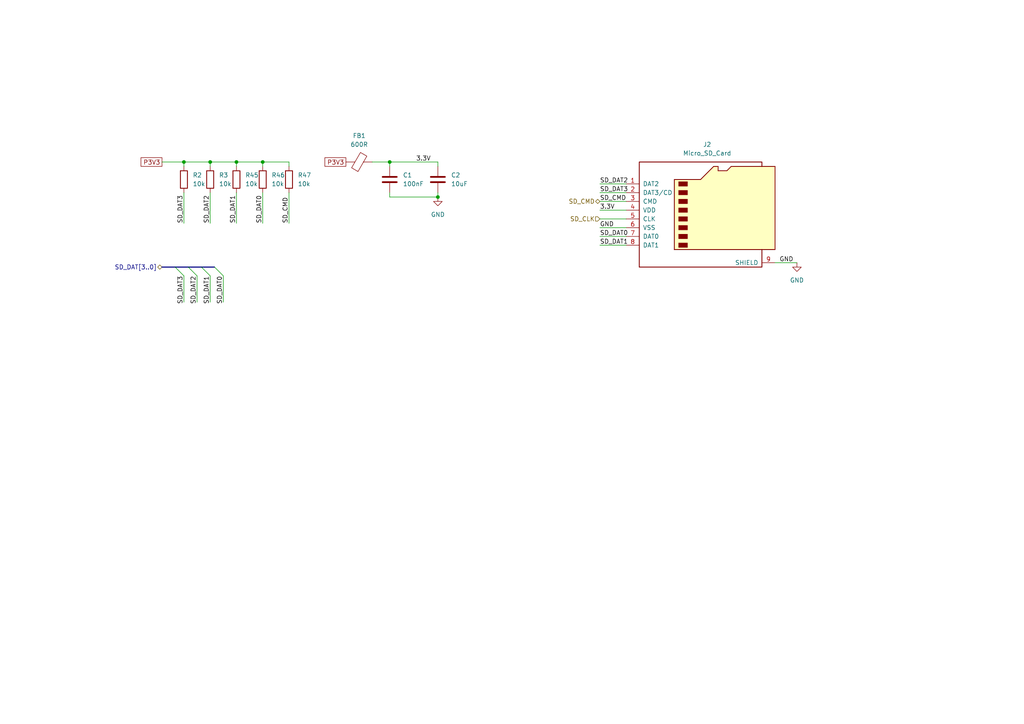
<source format=kicad_sch>
(kicad_sch
	(version 20250114)
	(generator "eeschema")
	(generator_version "9.0")
	(uuid "bd616922-7efe-4c10-a88b-b3f9411afd3a")
	(paper "A4")
	(title_block
		(title "SD Multimedia Interface")
		(date "2025-07-18")
		(rev "0.0.0")
		(comment 1 "Designed by Jaden Gani")
	)
	(lib_symbols
		(symbol "Connector:Micro_SD_Card"
			(pin_names
				(offset 1.016)
			)
			(exclude_from_sim no)
			(in_bom yes)
			(on_board yes)
			(property "Reference" "J"
				(at -16.51 15.24 0)
				(effects
					(font
						(size 1.27 1.27)
					)
				)
			)
			(property "Value" "Micro_SD_Card"
				(at 16.51 15.24 0)
				(effects
					(font
						(size 1.27 1.27)
					)
					(justify right)
				)
			)
			(property "Footprint" ""
				(at 29.21 7.62 0)
				(effects
					(font
						(size 1.27 1.27)
					)
					(hide yes)
				)
			)
			(property "Datasheet" "http://katalog.we-online.de/em/datasheet/693072010801.pdf"
				(at 0 0 0)
				(effects
					(font
						(size 1.27 1.27)
					)
					(hide yes)
				)
			)
			(property "Description" "Micro SD Card Socket"
				(at 0 0 0)
				(effects
					(font
						(size 1.27 1.27)
					)
					(hide yes)
				)
			)
			(property "ki_keywords" "connector SD microsd"
				(at 0 0 0)
				(effects
					(font
						(size 1.27 1.27)
					)
					(hide yes)
				)
			)
			(property "ki_fp_filters" "microSD*"
				(at 0 0 0)
				(effects
					(font
						(size 1.27 1.27)
					)
					(hide yes)
				)
			)
			(symbol "Micro_SD_Card_0_1"
				(polyline
					(pts
						(xy -8.89 -11.43) (xy -8.89 8.89) (xy -1.27 8.89) (xy 2.54 12.7) (xy 3.81 12.7) (xy 3.81 11.43)
						(xy 6.35 11.43) (xy 7.62 12.7) (xy 20.32 12.7) (xy 20.32 -11.43) (xy -8.89 -11.43)
					)
					(stroke
						(width 0.254)
						(type default)
					)
					(fill
						(type background)
					)
				)
				(rectangle
					(start -7.62 8.255)
					(end -5.08 6.985)
					(stroke
						(width 0)
						(type default)
					)
					(fill
						(type outline)
					)
				)
				(rectangle
					(start -7.62 5.715)
					(end -5.08 4.445)
					(stroke
						(width 0)
						(type default)
					)
					(fill
						(type outline)
					)
				)
				(rectangle
					(start -7.62 3.175)
					(end -5.08 1.905)
					(stroke
						(width 0)
						(type default)
					)
					(fill
						(type outline)
					)
				)
				(rectangle
					(start -7.62 0.635)
					(end -5.08 -0.635)
					(stroke
						(width 0)
						(type default)
					)
					(fill
						(type outline)
					)
				)
				(rectangle
					(start -7.62 -1.905)
					(end -5.08 -3.175)
					(stroke
						(width 0)
						(type default)
					)
					(fill
						(type outline)
					)
				)
				(rectangle
					(start -7.62 -4.445)
					(end -5.08 -5.715)
					(stroke
						(width 0)
						(type default)
					)
					(fill
						(type outline)
					)
				)
				(rectangle
					(start -7.62 -6.985)
					(end -5.08 -8.255)
					(stroke
						(width 0)
						(type default)
					)
					(fill
						(type outline)
					)
				)
				(rectangle
					(start -7.62 -9.525)
					(end -5.08 -10.795)
					(stroke
						(width 0)
						(type default)
					)
					(fill
						(type outline)
					)
				)
				(polyline
					(pts
						(xy 16.51 12.7) (xy 16.51 13.97) (xy -19.05 13.97) (xy -19.05 -16.51) (xy 16.51 -16.51) (xy 16.51 -11.43)
					)
					(stroke
						(width 0.254)
						(type default)
					)
					(fill
						(type none)
					)
				)
			)
			(symbol "Micro_SD_Card_1_1"
				(pin bidirectional line
					(at -22.86 7.62 0)
					(length 3.81)
					(name "DAT2"
						(effects
							(font
								(size 1.27 1.27)
							)
						)
					)
					(number "1"
						(effects
							(font
								(size 1.27 1.27)
							)
						)
					)
				)
				(pin bidirectional line
					(at -22.86 5.08 0)
					(length 3.81)
					(name "DAT3/CD"
						(effects
							(font
								(size 1.27 1.27)
							)
						)
					)
					(number "2"
						(effects
							(font
								(size 1.27 1.27)
							)
						)
					)
				)
				(pin input line
					(at -22.86 2.54 0)
					(length 3.81)
					(name "CMD"
						(effects
							(font
								(size 1.27 1.27)
							)
						)
					)
					(number "3"
						(effects
							(font
								(size 1.27 1.27)
							)
						)
					)
				)
				(pin power_in line
					(at -22.86 0 0)
					(length 3.81)
					(name "VDD"
						(effects
							(font
								(size 1.27 1.27)
							)
						)
					)
					(number "4"
						(effects
							(font
								(size 1.27 1.27)
							)
						)
					)
				)
				(pin input line
					(at -22.86 -2.54 0)
					(length 3.81)
					(name "CLK"
						(effects
							(font
								(size 1.27 1.27)
							)
						)
					)
					(number "5"
						(effects
							(font
								(size 1.27 1.27)
							)
						)
					)
				)
				(pin power_in line
					(at -22.86 -5.08 0)
					(length 3.81)
					(name "VSS"
						(effects
							(font
								(size 1.27 1.27)
							)
						)
					)
					(number "6"
						(effects
							(font
								(size 1.27 1.27)
							)
						)
					)
				)
				(pin bidirectional line
					(at -22.86 -7.62 0)
					(length 3.81)
					(name "DAT0"
						(effects
							(font
								(size 1.27 1.27)
							)
						)
					)
					(number "7"
						(effects
							(font
								(size 1.27 1.27)
							)
						)
					)
				)
				(pin bidirectional line
					(at -22.86 -10.16 0)
					(length 3.81)
					(name "DAT1"
						(effects
							(font
								(size 1.27 1.27)
							)
						)
					)
					(number "8"
						(effects
							(font
								(size 1.27 1.27)
							)
						)
					)
				)
				(pin passive line
					(at 20.32 -15.24 180)
					(length 3.81)
					(name "SHIELD"
						(effects
							(font
								(size 1.27 1.27)
							)
						)
					)
					(number "9"
						(effects
							(font
								(size 1.27 1.27)
							)
						)
					)
				)
			)
			(embedded_fonts no)
		)
		(symbol "Device:C"
			(pin_numbers
				(hide yes)
			)
			(pin_names
				(offset 0.254)
			)
			(exclude_from_sim no)
			(in_bom yes)
			(on_board yes)
			(property "Reference" "C"
				(at 0.635 2.54 0)
				(effects
					(font
						(size 1.27 1.27)
					)
					(justify left)
				)
			)
			(property "Value" "C"
				(at 0.635 -2.54 0)
				(effects
					(font
						(size 1.27 1.27)
					)
					(justify left)
				)
			)
			(property "Footprint" ""
				(at 0.9652 -3.81 0)
				(effects
					(font
						(size 1.27 1.27)
					)
					(hide yes)
				)
			)
			(property "Datasheet" "~"
				(at 0 0 0)
				(effects
					(font
						(size 1.27 1.27)
					)
					(hide yes)
				)
			)
			(property "Description" "Unpolarized capacitor"
				(at 0 0 0)
				(effects
					(font
						(size 1.27 1.27)
					)
					(hide yes)
				)
			)
			(property "ki_keywords" "cap capacitor"
				(at 0 0 0)
				(effects
					(font
						(size 1.27 1.27)
					)
					(hide yes)
				)
			)
			(property "ki_fp_filters" "C_*"
				(at 0 0 0)
				(effects
					(font
						(size 1.27 1.27)
					)
					(hide yes)
				)
			)
			(symbol "C_0_1"
				(polyline
					(pts
						(xy -2.032 0.762) (xy 2.032 0.762)
					)
					(stroke
						(width 0.508)
						(type default)
					)
					(fill
						(type none)
					)
				)
				(polyline
					(pts
						(xy -2.032 -0.762) (xy 2.032 -0.762)
					)
					(stroke
						(width 0.508)
						(type default)
					)
					(fill
						(type none)
					)
				)
			)
			(symbol "C_1_1"
				(pin passive line
					(at 0 3.81 270)
					(length 2.794)
					(name "~"
						(effects
							(font
								(size 1.27 1.27)
							)
						)
					)
					(number "1"
						(effects
							(font
								(size 1.27 1.27)
							)
						)
					)
				)
				(pin passive line
					(at 0 -3.81 90)
					(length 2.794)
					(name "~"
						(effects
							(font
								(size 1.27 1.27)
							)
						)
					)
					(number "2"
						(effects
							(font
								(size 1.27 1.27)
							)
						)
					)
				)
			)
			(embedded_fonts no)
		)
		(symbol "Device:FerriteBead"
			(pin_numbers
				(hide yes)
			)
			(pin_names
				(offset 0)
			)
			(exclude_from_sim no)
			(in_bom yes)
			(on_board yes)
			(property "Reference" "FB"
				(at -3.81 0.635 90)
				(effects
					(font
						(size 1.27 1.27)
					)
				)
			)
			(property "Value" "FerriteBead"
				(at 3.81 0 90)
				(effects
					(font
						(size 1.27 1.27)
					)
				)
			)
			(property "Footprint" ""
				(at -1.778 0 90)
				(effects
					(font
						(size 1.27 1.27)
					)
					(hide yes)
				)
			)
			(property "Datasheet" "~"
				(at 0 0 0)
				(effects
					(font
						(size 1.27 1.27)
					)
					(hide yes)
				)
			)
			(property "Description" "Ferrite bead"
				(at 0 0 0)
				(effects
					(font
						(size 1.27 1.27)
					)
					(hide yes)
				)
			)
			(property "ki_keywords" "L ferrite bead inductor filter"
				(at 0 0 0)
				(effects
					(font
						(size 1.27 1.27)
					)
					(hide yes)
				)
			)
			(property "ki_fp_filters" "Inductor_* L_* *Ferrite*"
				(at 0 0 0)
				(effects
					(font
						(size 1.27 1.27)
					)
					(hide yes)
				)
			)
			(symbol "FerriteBead_0_1"
				(polyline
					(pts
						(xy -2.7686 0.4064) (xy -1.7018 2.2606) (xy 2.7686 -0.3048) (xy 1.6764 -2.159) (xy -2.7686 0.4064)
					)
					(stroke
						(width 0)
						(type default)
					)
					(fill
						(type none)
					)
				)
				(polyline
					(pts
						(xy 0 1.27) (xy 0 1.2954)
					)
					(stroke
						(width 0)
						(type default)
					)
					(fill
						(type none)
					)
				)
				(polyline
					(pts
						(xy 0 -1.27) (xy 0 -1.2192)
					)
					(stroke
						(width 0)
						(type default)
					)
					(fill
						(type none)
					)
				)
			)
			(symbol "FerriteBead_1_1"
				(pin passive line
					(at 0 3.81 270)
					(length 2.54)
					(name "~"
						(effects
							(font
								(size 1.27 1.27)
							)
						)
					)
					(number "1"
						(effects
							(font
								(size 1.27 1.27)
							)
						)
					)
				)
				(pin passive line
					(at 0 -3.81 90)
					(length 2.54)
					(name "~"
						(effects
							(font
								(size 1.27 1.27)
							)
						)
					)
					(number "2"
						(effects
							(font
								(size 1.27 1.27)
							)
						)
					)
				)
			)
			(embedded_fonts no)
		)
		(symbol "Device:R"
			(pin_numbers
				(hide yes)
			)
			(pin_names
				(offset 0)
			)
			(exclude_from_sim no)
			(in_bom yes)
			(on_board yes)
			(property "Reference" "R"
				(at 2.032 0 90)
				(effects
					(font
						(size 1.27 1.27)
					)
				)
			)
			(property "Value" "R"
				(at 0 0 90)
				(effects
					(font
						(size 1.27 1.27)
					)
				)
			)
			(property "Footprint" ""
				(at -1.778 0 90)
				(effects
					(font
						(size 1.27 1.27)
					)
					(hide yes)
				)
			)
			(property "Datasheet" "~"
				(at 0 0 0)
				(effects
					(font
						(size 1.27 1.27)
					)
					(hide yes)
				)
			)
			(property "Description" "Resistor"
				(at 0 0 0)
				(effects
					(font
						(size 1.27 1.27)
					)
					(hide yes)
				)
			)
			(property "ki_keywords" "R res resistor"
				(at 0 0 0)
				(effects
					(font
						(size 1.27 1.27)
					)
					(hide yes)
				)
			)
			(property "ki_fp_filters" "R_*"
				(at 0 0 0)
				(effects
					(font
						(size 1.27 1.27)
					)
					(hide yes)
				)
			)
			(symbol "R_0_1"
				(rectangle
					(start -1.016 -2.54)
					(end 1.016 2.54)
					(stroke
						(width 0.254)
						(type default)
					)
					(fill
						(type none)
					)
				)
			)
			(symbol "R_1_1"
				(pin passive line
					(at 0 3.81 270)
					(length 1.27)
					(name "~"
						(effects
							(font
								(size 1.27 1.27)
							)
						)
					)
					(number "1"
						(effects
							(font
								(size 1.27 1.27)
							)
						)
					)
				)
				(pin passive line
					(at 0 -3.81 90)
					(length 1.27)
					(name "~"
						(effects
							(font
								(size 1.27 1.27)
							)
						)
					)
					(number "2"
						(effects
							(font
								(size 1.27 1.27)
							)
						)
					)
				)
			)
			(embedded_fonts no)
		)
		(symbol "power:GND"
			(power)
			(pin_numbers
				(hide yes)
			)
			(pin_names
				(offset 0)
				(hide yes)
			)
			(exclude_from_sim no)
			(in_bom yes)
			(on_board yes)
			(property "Reference" "#PWR"
				(at 0 -6.35 0)
				(effects
					(font
						(size 1.27 1.27)
					)
					(hide yes)
				)
			)
			(property "Value" "GND"
				(at 0 -3.81 0)
				(effects
					(font
						(size 1.27 1.27)
					)
				)
			)
			(property "Footprint" ""
				(at 0 0 0)
				(effects
					(font
						(size 1.27 1.27)
					)
					(hide yes)
				)
			)
			(property "Datasheet" ""
				(at 0 0 0)
				(effects
					(font
						(size 1.27 1.27)
					)
					(hide yes)
				)
			)
			(property "Description" "Power symbol creates a global label with name \"GND\" , ground"
				(at 0 0 0)
				(effects
					(font
						(size 1.27 1.27)
					)
					(hide yes)
				)
			)
			(property "ki_keywords" "global power"
				(at 0 0 0)
				(effects
					(font
						(size 1.27 1.27)
					)
					(hide yes)
				)
			)
			(symbol "GND_0_1"
				(polyline
					(pts
						(xy 0 0) (xy 0 -1.27) (xy 1.27 -1.27) (xy 0 -2.54) (xy -1.27 -1.27) (xy 0 -1.27)
					)
					(stroke
						(width 0)
						(type default)
					)
					(fill
						(type none)
					)
				)
			)
			(symbol "GND_1_1"
				(pin power_in line
					(at 0 0 270)
					(length 0)
					(name "~"
						(effects
							(font
								(size 1.27 1.27)
							)
						)
					)
					(number "1"
						(effects
							(font
								(size 1.27 1.27)
							)
						)
					)
				)
			)
			(embedded_fonts no)
		)
	)
	(junction
		(at 113.03 46.99)
		(diameter 0)
		(color 0 0 0 0)
		(uuid "4ce1bf0e-628d-46fd-9b86-7e86cd7fc814")
	)
	(junction
		(at 76.2 46.99)
		(diameter 0)
		(color 0 0 0 0)
		(uuid "4f0eda60-f19e-4e25-a5ce-77bd23170fb6")
	)
	(junction
		(at 127 57.15)
		(diameter 0)
		(color 0 0 0 0)
		(uuid "991561f3-3748-4c81-951c-ea6e24fe150f")
	)
	(junction
		(at 60.96 46.99)
		(diameter 0)
		(color 0 0 0 0)
		(uuid "d6a5aa3b-3690-4ed9-949f-2b8ff6bea836")
	)
	(junction
		(at 68.58 46.99)
		(diameter 0)
		(color 0 0 0 0)
		(uuid "f93d8f15-b15e-4c43-bf2f-e5d891b8ef43")
	)
	(junction
		(at 53.34 46.99)
		(diameter 0)
		(color 0 0 0 0)
		(uuid "fc853dc0-5cee-4b5f-92fb-6f5dac96b55e")
	)
	(bus_entry
		(at 54.61 77.47)
		(size 2.54 2.54)
		(stroke
			(width 0)
			(type default)
		)
		(uuid "025e023d-5ac1-4c04-958f-ed9a11f14f11")
	)
	(bus_entry
		(at 62.23 77.47)
		(size 2.54 2.54)
		(stroke
			(width 0)
			(type default)
		)
		(uuid "4078a645-91fb-438d-8906-583284d502ac")
	)
	(bus_entry
		(at 50.8 77.47)
		(size 2.54 2.54)
		(stroke
			(width 0)
			(type default)
		)
		(uuid "964b1f1a-2448-492b-a187-6594c9a5676d")
	)
	(bus_entry
		(at 58.42 77.47)
		(size 2.54 2.54)
		(stroke
			(width 0)
			(type default)
		)
		(uuid "ca712b59-765b-4162-aacc-eb6af99ef987")
	)
	(wire
		(pts
			(xy 113.03 57.15) (xy 113.03 55.88)
		)
		(stroke
			(width 0)
			(type default)
		)
		(uuid "0803bb24-0326-4db4-bcc1-dbebe000d878")
	)
	(wire
		(pts
			(xy 76.2 46.99) (xy 76.2 48.26)
		)
		(stroke
			(width 0)
			(type default)
		)
		(uuid "084963f5-8339-4117-87af-49754061f4ea")
	)
	(wire
		(pts
			(xy 53.34 80.01) (xy 53.34 87.63)
		)
		(stroke
			(width 0)
			(type default)
		)
		(uuid "1a83154a-c94d-4131-b7e9-9c0ab8b0e599")
	)
	(wire
		(pts
			(xy 53.34 55.88) (xy 53.34 64.77)
		)
		(stroke
			(width 0)
			(type default)
		)
		(uuid "1d277cc7-e31b-47d3-9101-693ca49d5a28")
	)
	(wire
		(pts
			(xy 113.03 48.26) (xy 113.03 46.99)
		)
		(stroke
			(width 0)
			(type default)
		)
		(uuid "309ea649-5041-4772-baf1-8b0421432998")
	)
	(wire
		(pts
			(xy 127 57.15) (xy 127 55.88)
		)
		(stroke
			(width 0)
			(type default)
		)
		(uuid "368afcd0-36b3-4e3b-8ff9-9df573a4222e")
	)
	(bus
		(pts
			(xy 50.8 77.47) (xy 54.61 77.47)
		)
		(stroke
			(width 0)
			(type default)
		)
		(uuid "37ba34ee-816c-4330-8a61-6cf5047c777c")
	)
	(wire
		(pts
			(xy 68.58 55.88) (xy 68.58 64.77)
		)
		(stroke
			(width 0)
			(type default)
		)
		(uuid "38f24bdb-9333-43ad-a369-f8eefbf3a516")
	)
	(wire
		(pts
			(xy 60.96 46.99) (xy 60.96 48.26)
		)
		(stroke
			(width 0)
			(type default)
		)
		(uuid "3d580d15-7cae-41ff-a521-befbbba89ee0")
	)
	(wire
		(pts
			(xy 173.99 63.5) (xy 181.61 63.5)
		)
		(stroke
			(width 0)
			(type default)
		)
		(uuid "47a81f54-e9cc-408a-8484-40f71218b055")
	)
	(wire
		(pts
			(xy 83.82 46.99) (xy 83.82 48.26)
		)
		(stroke
			(width 0)
			(type default)
		)
		(uuid "47ffec0f-f543-4518-beac-fe5cd87240c1")
	)
	(bus
		(pts
			(xy 46.99 77.47) (xy 50.8 77.47)
		)
		(stroke
			(width 0)
			(type default)
		)
		(uuid "4817f446-a4db-427f-92c7-4194ba6eb2a0")
	)
	(wire
		(pts
			(xy 60.96 55.88) (xy 60.96 64.77)
		)
		(stroke
			(width 0)
			(type default)
		)
		(uuid "525f1ce3-94dd-4100-b77b-c8c76d6bf647")
	)
	(wire
		(pts
			(xy 113.03 46.99) (xy 127 46.99)
		)
		(stroke
			(width 0)
			(type default)
		)
		(uuid "57c6c353-77aa-498a-a511-0345cc295762")
	)
	(wire
		(pts
			(xy 76.2 55.88) (xy 76.2 64.77)
		)
		(stroke
			(width 0)
			(type default)
		)
		(uuid "653ec84d-6d28-43b6-90d1-ef2e8fc8b4a5")
	)
	(wire
		(pts
			(xy 173.99 60.96) (xy 181.61 60.96)
		)
		(stroke
			(width 0)
			(type default)
		)
		(uuid "6adeb40e-93cc-4892-8f32-63ebc3599a94")
	)
	(wire
		(pts
			(xy 64.77 80.01) (xy 64.77 87.63)
		)
		(stroke
			(width 0)
			(type default)
		)
		(uuid "70a1799b-a90e-4653-b409-fd86354e94f7")
	)
	(wire
		(pts
			(xy 83.82 55.88) (xy 83.82 64.77)
		)
		(stroke
			(width 0)
			(type default)
		)
		(uuid "70b0b7c2-9f4a-4296-b2f3-720f6cb2735b")
	)
	(wire
		(pts
			(xy 60.96 46.99) (xy 68.58 46.99)
		)
		(stroke
			(width 0)
			(type default)
		)
		(uuid "76028e5d-5834-4c3e-a0b7-0d90777f4043")
	)
	(wire
		(pts
			(xy 53.34 46.99) (xy 60.96 46.99)
		)
		(stroke
			(width 0)
			(type default)
		)
		(uuid "95b39dc6-1f9b-45fe-bd39-ca3a555c0a72")
	)
	(wire
		(pts
			(xy 113.03 46.99) (xy 107.95 46.99)
		)
		(stroke
			(width 0)
			(type default)
		)
		(uuid "99487484-316e-4d87-ae8c-4ea764ba10f1")
	)
	(bus
		(pts
			(xy 58.42 77.47) (xy 62.23 77.47)
		)
		(stroke
			(width 0)
			(type default)
		)
		(uuid "9fd6b854-752a-411c-90c0-f2d11fd498b2")
	)
	(wire
		(pts
			(xy 173.99 68.58) (xy 181.61 68.58)
		)
		(stroke
			(width 0)
			(type default)
		)
		(uuid "b333d631-e1db-4f0d-97fe-07ae7cae5ad8")
	)
	(wire
		(pts
			(xy 173.99 58.42) (xy 181.61 58.42)
		)
		(stroke
			(width 0)
			(type default)
		)
		(uuid "b4b2d926-cb4a-47c4-9cd4-2bfb65810c84")
	)
	(wire
		(pts
			(xy 76.2 46.99) (xy 83.82 46.99)
		)
		(stroke
			(width 0)
			(type default)
		)
		(uuid "b96695a7-75cd-4c67-a46c-9f0db84f04ec")
	)
	(bus
		(pts
			(xy 54.61 77.47) (xy 58.42 77.47)
		)
		(stroke
			(width 0)
			(type default)
		)
		(uuid "cd8dd44d-b2a9-4723-96a3-b6063a449766")
	)
	(wire
		(pts
			(xy 113.03 57.15) (xy 127 57.15)
		)
		(stroke
			(width 0)
			(type default)
		)
		(uuid "dc128f05-92fa-4d1a-a355-40b5dd8f4c9c")
	)
	(wire
		(pts
			(xy 60.96 80.01) (xy 60.96 87.63)
		)
		(stroke
			(width 0)
			(type default)
		)
		(uuid "dcfbf3df-fca4-4a13-8164-a99065222577")
	)
	(wire
		(pts
			(xy 46.99 46.99) (xy 53.34 46.99)
		)
		(stroke
			(width 0)
			(type default)
		)
		(uuid "dddffaca-32f9-4aeb-af7b-a4f1f2250457")
	)
	(wire
		(pts
			(xy 127 48.26) (xy 127 46.99)
		)
		(stroke
			(width 0)
			(type default)
		)
		(uuid "df53a5ca-e5b1-4e3f-b936-81168952b977")
	)
	(wire
		(pts
			(xy 68.58 46.99) (xy 76.2 46.99)
		)
		(stroke
			(width 0)
			(type default)
		)
		(uuid "e5297b91-1ae8-41d7-a765-2af546f64efa")
	)
	(wire
		(pts
			(xy 68.58 46.99) (xy 68.58 48.26)
		)
		(stroke
			(width 0)
			(type default)
		)
		(uuid "ea790f26-00b7-4652-afef-b6d39de18733")
	)
	(wire
		(pts
			(xy 173.99 71.12) (xy 181.61 71.12)
		)
		(stroke
			(width 0)
			(type default)
		)
		(uuid "eb6802a1-8a42-48ed-91b1-7b8de8bd5a81")
	)
	(wire
		(pts
			(xy 57.15 80.01) (xy 57.15 87.63)
		)
		(stroke
			(width 0)
			(type default)
		)
		(uuid "ec9dbfc9-d790-4041-893a-9ef13ea1d6e9")
	)
	(wire
		(pts
			(xy 53.34 46.99) (xy 53.34 48.26)
		)
		(stroke
			(width 0)
			(type default)
		)
		(uuid "f0bf8145-896b-41cd-aecd-7a47fd96cdde")
	)
	(wire
		(pts
			(xy 173.99 55.88) (xy 181.61 55.88)
		)
		(stroke
			(width 0)
			(type default)
		)
		(uuid "f6ffd368-8a93-4af3-aae9-0b25f8328962")
	)
	(wire
		(pts
			(xy 173.99 53.34) (xy 181.61 53.34)
		)
		(stroke
			(width 0)
			(type default)
		)
		(uuid "fa158abb-aa8b-47c5-836e-907518d976f5")
	)
	(wire
		(pts
			(xy 173.99 66.04) (xy 181.61 66.04)
		)
		(stroke
			(width 0)
			(type default)
		)
		(uuid "fb93b3bd-dea7-4609-b56b-1ee8bb87be02")
	)
	(wire
		(pts
			(xy 224.79 76.2) (xy 231.14 76.2)
		)
		(stroke
			(width 0)
			(type default)
		)
		(uuid "fd80b06b-798d-4502-b975-8871edd61616")
	)
	(label "SD_DAT1"
		(at 173.99 71.12 0)
		(effects
			(font
				(size 1.27 1.27)
			)
			(justify left bottom)
		)
		(uuid "0b62fc2f-b2cb-42f2-a42f-290fd51d5f11")
	)
	(label "SD_DAT3"
		(at 53.34 80.01 270)
		(effects
			(font
				(size 1.27 1.27)
			)
			(justify right bottom)
		)
		(uuid "0cd8a376-3852-483a-bd42-1ee060c287cc")
	)
	(label "SD_DAT3"
		(at 173.99 55.88 0)
		(effects
			(font
				(size 1.27 1.27)
			)
			(justify left bottom)
		)
		(uuid "297327c6-55d1-43f9-92f4-5e71e0b74ec3")
	)
	(label "SD_DAT3"
		(at 53.34 64.77 90)
		(effects
			(font
				(size 1.27 1.27)
			)
			(justify left bottom)
		)
		(uuid "3519486c-0edf-487e-ae19-5b9ec1c006b9")
	)
	(label "3.3V"
		(at 173.99 60.96 0)
		(effects
			(font
				(size 1.27 1.27)
			)
			(justify left bottom)
		)
		(uuid "47a8bff3-0f9b-4a10-9f82-808f669dae37")
	)
	(label "SD_DAT2"
		(at 57.15 80.01 270)
		(effects
			(font
				(size 1.27 1.27)
			)
			(justify right bottom)
		)
		(uuid "4c6b2b39-e723-42d9-b026-0c068486502f")
	)
	(label "SD_CMD"
		(at 83.82 64.77 90)
		(effects
			(font
				(size 1.27 1.27)
			)
			(justify left bottom)
		)
		(uuid "4fcdddeb-df88-4191-ae2e-5f940f25948d")
	)
	(label "GND"
		(at 226.06 76.2 0)
		(effects
			(font
				(size 1.27 1.27)
			)
			(justify left bottom)
		)
		(uuid "5f419c43-bb03-4a81-9272-b1818aaa51b1")
	)
	(label "SD_DAT1"
		(at 60.96 80.01 270)
		(effects
			(font
				(size 1.27 1.27)
			)
			(justify right bottom)
		)
		(uuid "783f3b89-522c-473e-a2dd-d4345546ddec")
	)
	(label "SD_CMD"
		(at 173.99 58.42 0)
		(effects
			(font
				(size 1.27 1.27)
			)
			(justify left bottom)
		)
		(uuid "7b3e3296-06fd-4d61-b70c-f8b5555947b4")
	)
	(label "3.3V"
		(at 120.65 46.99 0)
		(effects
			(font
				(size 1.27 1.27)
			)
			(justify left bottom)
		)
		(uuid "870c073e-0b37-44d5-875d-f973c84afe5e")
	)
	(label "SD_DAT1"
		(at 68.58 64.77 90)
		(effects
			(font
				(size 1.27 1.27)
			)
			(justify left bottom)
		)
		(uuid "a6653ef6-d035-40e9-9451-bd69ae78f8ba")
	)
	(label "SD_DAT0"
		(at 173.99 68.58 0)
		(effects
			(font
				(size 1.27 1.27)
			)
			(justify left bottom)
		)
		(uuid "aa8c53b2-71e1-40f8-b794-138f4aa02a5c")
	)
	(label "GND"
		(at 173.99 66.04 0)
		(effects
			(font
				(size 1.27 1.27)
			)
			(justify left bottom)
		)
		(uuid "bbd9dae8-13ad-4535-b814-ffaeb4b97617")
	)
	(label "SD_DAT2"
		(at 60.96 64.77 90)
		(effects
			(font
				(size 1.27 1.27)
			)
			(justify left bottom)
		)
		(uuid "cf3c6f66-153c-4b39-928b-c05ec530fd93")
	)
	(label "SD_DAT0"
		(at 64.77 80.01 270)
		(effects
			(font
				(size 1.27 1.27)
			)
			(justify right bottom)
		)
		(uuid "d1f90f84-0793-4271-afb9-361c555778a8")
	)
	(label "SD_DAT0"
		(at 76.2 64.77 90)
		(effects
			(font
				(size 1.27 1.27)
			)
			(justify left bottom)
		)
		(uuid "df115b3d-36d4-4fe9-888e-1f2d488adc2b")
	)
	(label "SD_DAT2"
		(at 173.99 53.34 0)
		(effects
			(font
				(size 1.27 1.27)
			)
			(justify left bottom)
		)
		(uuid "f2c5b276-46c6-4c1a-9c7d-b73bff440bac")
	)
	(global_label "P3V3"
		(shape passive)
		(at 100.33 46.99 180)
		(fields_autoplaced yes)
		(effects
			(font
				(size 1.27 1.27)
			)
			(justify right)
		)
		(uuid "04102275-0d14-4162-87ab-2b3e9ce7db48")
		(property "Intersheetrefs" "${INTERSHEET_REFS}"
			(at 93.6785 46.99 0)
			(effects
				(font
					(size 1.27 1.27)
				)
				(justify right)
				(hide yes)
			)
		)
	)
	(global_label "P3V3"
		(shape passive)
		(at 46.99 46.99 180)
		(fields_autoplaced yes)
		(effects
			(font
				(size 1.27 1.27)
			)
			(justify right)
		)
		(uuid "3780f4bc-6f2d-4686-89e0-f2e6513c426a")
		(property "Intersheetrefs" "${INTERSHEET_REFS}"
			(at 40.3385 46.99 0)
			(effects
				(font
					(size 1.27 1.27)
				)
				(justify right)
				(hide yes)
			)
		)
	)
	(hierarchical_label "SD_CLK"
		(shape input)
		(at 173.99 63.5 180)
		(effects
			(font
				(size 1.27 1.27)
			)
			(justify right)
		)
		(uuid "0f88414b-c0f5-4fb7-bd4d-9e77ae5a269d")
	)
	(hierarchical_label "SD_CMD"
		(shape bidirectional)
		(at 173.99 58.42 180)
		(effects
			(font
				(size 1.27 1.27)
			)
			(justify right)
		)
		(uuid "8328be3a-f1dc-4385-bc05-083aacb854ce")
	)
	(hierarchical_label "SD_DAT[3..0]"
		(shape bidirectional)
		(at 46.99 77.47 180)
		(effects
			(font
				(size 1.27 1.27)
			)
			(justify right)
		)
		(uuid "fdc80f32-eb58-4ac7-9fc8-744b96df2772")
	)
	(symbol
		(lib_id "Device:R")
		(at 60.96 52.07 0)
		(unit 1)
		(exclude_from_sim no)
		(in_bom yes)
		(on_board yes)
		(dnp no)
		(fields_autoplaced yes)
		(uuid "2a772124-7dab-4340-ad05-3c54331ddfbe")
		(property "Reference" "R3"
			(at 63.5 50.7999 0)
			(effects
				(font
					(size 1.27 1.27)
				)
				(justify left)
			)
		)
		(property "Value" "10k"
			(at 63.5 53.3399 0)
			(effects
				(font
					(size 1.27 1.27)
				)
				(justify left)
			)
		)
		(property "Footprint" "Resistor_SMD:R_0603_1608Metric"
			(at 59.182 52.07 90)
			(effects
				(font
					(size 1.27 1.27)
				)
				(hide yes)
			)
		)
		(property "Datasheet" "~"
			(at 60.96 52.07 0)
			(effects
				(font
					(size 1.27 1.27)
				)
				(hide yes)
			)
		)
		(property "Description" "Resistor"
			(at 60.96 52.07 0)
			(effects
				(font
					(size 1.27 1.27)
				)
				(hide yes)
			)
		)
		(pin "1"
			(uuid "b9e5d5c1-ab9c-4c74-a9b2-4d7a66217cf7")
		)
		(pin "2"
			(uuid "9d7c08dd-f85b-4e76-89e1-b093de1ec7eb")
		)
		(instances
			(project "sbc"
				(path "/9328a39f-e46f-4e23-a67b-f837d10a1254/c62b2561-e816-4d42-bcad-0eb294abcbae"
					(reference "R3")
					(unit 1)
				)
			)
		)
	)
	(symbol
		(lib_id "Device:R")
		(at 68.58 52.07 0)
		(unit 1)
		(exclude_from_sim no)
		(in_bom yes)
		(on_board yes)
		(dnp no)
		(fields_autoplaced yes)
		(uuid "42ac285a-e278-4d2a-b172-6efec3adf61d")
		(property "Reference" "R45"
			(at 71.12 50.7999 0)
			(effects
				(font
					(size 1.27 1.27)
				)
				(justify left)
			)
		)
		(property "Value" "10k"
			(at 71.12 53.3399 0)
			(effects
				(font
					(size 1.27 1.27)
				)
				(justify left)
			)
		)
		(property "Footprint" "Resistor_SMD:R_0603_1608Metric"
			(at 66.802 52.07 90)
			(effects
				(font
					(size 1.27 1.27)
				)
				(hide yes)
			)
		)
		(property "Datasheet" "~"
			(at 68.58 52.07 0)
			(effects
				(font
					(size 1.27 1.27)
				)
				(hide yes)
			)
		)
		(property "Description" "Resistor"
			(at 68.58 52.07 0)
			(effects
				(font
					(size 1.27 1.27)
				)
				(hide yes)
			)
		)
		(pin "1"
			(uuid "1d177407-33b9-419f-90b3-c13fa4b32427")
		)
		(pin "2"
			(uuid "69e12ef9-0e59-4478-a825-61b13be4434f")
		)
		(instances
			(project "sbc"
				(path "/9328a39f-e46f-4e23-a67b-f837d10a1254/c62b2561-e816-4d42-bcad-0eb294abcbae"
					(reference "R45")
					(unit 1)
				)
			)
		)
	)
	(symbol
		(lib_id "Device:C")
		(at 113.03 52.07 0)
		(unit 1)
		(exclude_from_sim no)
		(in_bom yes)
		(on_board yes)
		(dnp no)
		(fields_autoplaced yes)
		(uuid "8117670a-f098-4a8a-b0f1-f438299bc869")
		(property "Reference" "C1"
			(at 116.84 50.7999 0)
			(effects
				(font
					(size 1.27 1.27)
				)
				(justify left)
			)
		)
		(property "Value" "100nF"
			(at 116.84 53.3399 0)
			(effects
				(font
					(size 1.27 1.27)
				)
				(justify left)
			)
		)
		(property "Footprint" "Capacitor_SMD:C_0603_1608Metric"
			(at 113.9952 55.88 0)
			(effects
				(font
					(size 1.27 1.27)
				)
				(hide yes)
			)
		)
		(property "Datasheet" "~"
			(at 113.03 52.07 0)
			(effects
				(font
					(size 1.27 1.27)
				)
				(hide yes)
			)
		)
		(property "Description" "Unpolarized capacitor"
			(at 113.03 52.07 0)
			(effects
				(font
					(size 1.27 1.27)
				)
				(hide yes)
			)
		)
		(pin "2"
			(uuid "cd034cee-3413-40d3-a671-7ae6d5c3529e")
		)
		(pin "1"
			(uuid "cc6c3746-7aa5-4ec0-98c2-34cacdb06f97")
		)
		(instances
			(project ""
				(path "/9328a39f-e46f-4e23-a67b-f837d10a1254/c62b2561-e816-4d42-bcad-0eb294abcbae"
					(reference "C1")
					(unit 1)
				)
			)
		)
	)
	(symbol
		(lib_id "power:GND")
		(at 231.14 76.2 0)
		(unit 1)
		(exclude_from_sim no)
		(in_bom yes)
		(on_board yes)
		(dnp no)
		(fields_autoplaced yes)
		(uuid "9407a94e-c0df-418d-90c0-78c970776b44")
		(property "Reference" "#PWR01"
			(at 231.14 82.55 0)
			(effects
				(font
					(size 1.27 1.27)
				)
				(hide yes)
			)
		)
		(property "Value" "GND"
			(at 231.14 81.28 0)
			(effects
				(font
					(size 1.27 1.27)
				)
			)
		)
		(property "Footprint" ""
			(at 231.14 76.2 0)
			(effects
				(font
					(size 1.27 1.27)
				)
				(hide yes)
			)
		)
		(property "Datasheet" ""
			(at 231.14 76.2 0)
			(effects
				(font
					(size 1.27 1.27)
				)
				(hide yes)
			)
		)
		(property "Description" "Power symbol creates a global label with name \"GND\" , ground"
			(at 231.14 76.2 0)
			(effects
				(font
					(size 1.27 1.27)
				)
				(hide yes)
			)
		)
		(pin "1"
			(uuid "98a1c875-79e6-4969-8173-0a62a55041ef")
		)
		(instances
			(project ""
				(path "/9328a39f-e46f-4e23-a67b-f837d10a1254/c62b2561-e816-4d42-bcad-0eb294abcbae"
					(reference "#PWR01")
					(unit 1)
				)
			)
		)
	)
	(symbol
		(lib_id "Device:R")
		(at 83.82 52.07 0)
		(unit 1)
		(exclude_from_sim no)
		(in_bom yes)
		(on_board yes)
		(dnp no)
		(fields_autoplaced yes)
		(uuid "a369db58-793c-4ee1-a500-be3d04cae2e6")
		(property "Reference" "R47"
			(at 86.36 50.7999 0)
			(effects
				(font
					(size 1.27 1.27)
				)
				(justify left)
			)
		)
		(property "Value" "10k"
			(at 86.36 53.3399 0)
			(effects
				(font
					(size 1.27 1.27)
				)
				(justify left)
			)
		)
		(property "Footprint" "Resistor_SMD:R_0603_1608Metric"
			(at 82.042 52.07 90)
			(effects
				(font
					(size 1.27 1.27)
				)
				(hide yes)
			)
		)
		(property "Datasheet" "~"
			(at 83.82 52.07 0)
			(effects
				(font
					(size 1.27 1.27)
				)
				(hide yes)
			)
		)
		(property "Description" "Resistor"
			(at 83.82 52.07 0)
			(effects
				(font
					(size 1.27 1.27)
				)
				(hide yes)
			)
		)
		(pin "1"
			(uuid "2b5c9f53-fe38-406c-aeee-53db8bc10646")
		)
		(pin "2"
			(uuid "9be9686f-53c4-45b9-a9f6-00a58682ff82")
		)
		(instances
			(project "sbc"
				(path "/9328a39f-e46f-4e23-a67b-f837d10a1254/c62b2561-e816-4d42-bcad-0eb294abcbae"
					(reference "R47")
					(unit 1)
				)
			)
		)
	)
	(symbol
		(lib_id "Connector:Micro_SD_Card")
		(at 204.47 60.96 0)
		(unit 1)
		(exclude_from_sim no)
		(in_bom yes)
		(on_board yes)
		(dnp no)
		(fields_autoplaced yes)
		(uuid "b3e8a953-2c0f-4abf-ac1b-5de33b346774")
		(property "Reference" "J2"
			(at 205.105 41.91 0)
			(effects
				(font
					(size 1.27 1.27)
				)
			)
		)
		(property "Value" "Micro_SD_Card"
			(at 205.105 44.45 0)
			(effects
				(font
					(size 1.27 1.27)
				)
			)
		)
		(property "Footprint" "Connector_Card:microSD_HC_Hirose_DM3BT-DSF-PEJS"
			(at 233.68 53.34 0)
			(effects
				(font
					(size 1.27 1.27)
				)
				(hide yes)
			)
		)
		(property "Datasheet" "http://katalog.we-online.de/em/datasheet/693072010801.pdf"
			(at 204.47 60.96 0)
			(effects
				(font
					(size 1.27 1.27)
				)
				(hide yes)
			)
		)
		(property "Description" "Micro SD Card Socket"
			(at 204.47 60.96 0)
			(effects
				(font
					(size 1.27 1.27)
				)
				(hide yes)
			)
		)
		(pin "1"
			(uuid "aeb859c2-bd67-49e0-ac10-d2b03d2d6d69")
		)
		(pin "4"
			(uuid "f321908c-2594-4793-b783-bee6bfed1b55")
		)
		(pin "7"
			(uuid "65b179c3-4874-4c49-bac0-0438df445251")
		)
		(pin "3"
			(uuid "ba58f998-6988-492d-adf1-eee9c70eb919")
		)
		(pin "5"
			(uuid "2213d7ed-8177-4362-a993-28d74f1885e1")
		)
		(pin "2"
			(uuid "97a42c29-0aac-4858-aa0a-3d1374605cc5")
		)
		(pin "6"
			(uuid "61de9509-637d-434b-8b24-a04cfd76f02f")
		)
		(pin "8"
			(uuid "1e55412e-db69-4087-9ff5-7abba38657e2")
		)
		(pin "9"
			(uuid "daa2fdc7-bcf1-48f3-bdb6-66bd1c59c643")
		)
		(instances
			(project "sbc"
				(path "/9328a39f-e46f-4e23-a67b-f837d10a1254/c62b2561-e816-4d42-bcad-0eb294abcbae"
					(reference "J2")
					(unit 1)
				)
			)
		)
	)
	(symbol
		(lib_id "Device:C")
		(at 127 52.07 0)
		(unit 1)
		(exclude_from_sim no)
		(in_bom yes)
		(on_board yes)
		(dnp no)
		(fields_autoplaced yes)
		(uuid "d3b7995c-31f2-405b-953f-6d08b4fc28b7")
		(property "Reference" "C2"
			(at 130.81 50.7999 0)
			(effects
				(font
					(size 1.27 1.27)
				)
				(justify left)
			)
		)
		(property "Value" "10uF"
			(at 130.81 53.3399 0)
			(effects
				(font
					(size 1.27 1.27)
				)
				(justify left)
			)
		)
		(property "Footprint" "Capacitor_SMD:C_0603_1608Metric"
			(at 127.9652 55.88 0)
			(effects
				(font
					(size 1.27 1.27)
				)
				(hide yes)
			)
		)
		(property "Datasheet" "~"
			(at 127 52.07 0)
			(effects
				(font
					(size 1.27 1.27)
				)
				(hide yes)
			)
		)
		(property "Description" "Unpolarized capacitor"
			(at 127 52.07 0)
			(effects
				(font
					(size 1.27 1.27)
				)
				(hide yes)
			)
		)
		(pin "2"
			(uuid "8ccc0c7b-0e8f-4c2b-854a-04e90ab07270")
		)
		(pin "1"
			(uuid "5360370d-c890-4e96-90a3-3aa78cd020ab")
		)
		(instances
			(project "sbc"
				(path "/9328a39f-e46f-4e23-a67b-f837d10a1254/c62b2561-e816-4d42-bcad-0eb294abcbae"
					(reference "C2")
					(unit 1)
				)
			)
		)
	)
	(symbol
		(lib_id "Device:R")
		(at 76.2 52.07 0)
		(unit 1)
		(exclude_from_sim no)
		(in_bom yes)
		(on_board yes)
		(dnp no)
		(fields_autoplaced yes)
		(uuid "d8b07cf4-90b7-459e-9698-fe407a432ab3")
		(property "Reference" "R46"
			(at 78.74 50.7999 0)
			(effects
				(font
					(size 1.27 1.27)
				)
				(justify left)
			)
		)
		(property "Value" "10k"
			(at 78.74 53.3399 0)
			(effects
				(font
					(size 1.27 1.27)
				)
				(justify left)
			)
		)
		(property "Footprint" "Resistor_SMD:R_0603_1608Metric"
			(at 74.422 52.07 90)
			(effects
				(font
					(size 1.27 1.27)
				)
				(hide yes)
			)
		)
		(property "Datasheet" "~"
			(at 76.2 52.07 0)
			(effects
				(font
					(size 1.27 1.27)
				)
				(hide yes)
			)
		)
		(property "Description" "Resistor"
			(at 76.2 52.07 0)
			(effects
				(font
					(size 1.27 1.27)
				)
				(hide yes)
			)
		)
		(pin "1"
			(uuid "4c8e98c5-0f04-44fb-98fb-5cca985c8851")
		)
		(pin "2"
			(uuid "cf9bc695-2e5d-4406-875f-7a8ad8b6697a")
		)
		(instances
			(project "sbc"
				(path "/9328a39f-e46f-4e23-a67b-f837d10a1254/c62b2561-e816-4d42-bcad-0eb294abcbae"
					(reference "R46")
					(unit 1)
				)
			)
		)
	)
	(symbol
		(lib_id "Device:R")
		(at 53.34 52.07 0)
		(unit 1)
		(exclude_from_sim no)
		(in_bom yes)
		(on_board yes)
		(dnp no)
		(fields_autoplaced yes)
		(uuid "ea8139f0-36b6-469a-aa9b-5fc4c608f99b")
		(property "Reference" "R2"
			(at 55.88 50.7999 0)
			(effects
				(font
					(size 1.27 1.27)
				)
				(justify left)
			)
		)
		(property "Value" "10k"
			(at 55.88 53.3399 0)
			(effects
				(font
					(size 1.27 1.27)
				)
				(justify left)
			)
		)
		(property "Footprint" "Resistor_SMD:R_0603_1608Metric"
			(at 51.562 52.07 90)
			(effects
				(font
					(size 1.27 1.27)
				)
				(hide yes)
			)
		)
		(property "Datasheet" "~"
			(at 53.34 52.07 0)
			(effects
				(font
					(size 1.27 1.27)
				)
				(hide yes)
			)
		)
		(property "Description" "Resistor"
			(at 53.34 52.07 0)
			(effects
				(font
					(size 1.27 1.27)
				)
				(hide yes)
			)
		)
		(pin "1"
			(uuid "84ea4389-9243-4296-bfc1-ebc2ece0bbc5")
		)
		(pin "2"
			(uuid "899d8e64-27bc-4c35-9cd7-e2c2c109a0bb")
		)
		(instances
			(project "sbc"
				(path "/9328a39f-e46f-4e23-a67b-f837d10a1254/c62b2561-e816-4d42-bcad-0eb294abcbae"
					(reference "R2")
					(unit 1)
				)
			)
		)
	)
	(symbol
		(lib_id "Device:FerriteBead")
		(at 104.14 46.99 270)
		(unit 1)
		(exclude_from_sim no)
		(in_bom yes)
		(on_board yes)
		(dnp no)
		(fields_autoplaced yes)
		(uuid "f0ce8131-ad47-4f71-a070-4520029fe44c")
		(property "Reference" "FB1"
			(at 104.1908 39.37 90)
			(effects
				(font
					(size 1.27 1.27)
				)
			)
		)
		(property "Value" "600R"
			(at 104.1908 41.91 90)
			(effects
				(font
					(size 1.27 1.27)
				)
			)
		)
		(property "Footprint" "Capacitor_SMD:C_0603_1608Metric"
			(at 104.14 45.212 90)
			(effects
				(font
					(size 1.27 1.27)
				)
				(hide yes)
			)
		)
		(property "Datasheet" "~"
			(at 104.14 46.99 0)
			(effects
				(font
					(size 1.27 1.27)
				)
				(hide yes)
			)
		)
		(property "Description" "Ferrite bead"
			(at 104.14 46.99 0)
			(effects
				(font
					(size 1.27 1.27)
				)
				(hide yes)
			)
		)
		(pin "2"
			(uuid "b5141659-49f5-4e97-8187-e71fdef6f197")
		)
		(pin "1"
			(uuid "82be1d62-9d45-4456-9354-e817499ffbcd")
		)
		(instances
			(project ""
				(path "/9328a39f-e46f-4e23-a67b-f837d10a1254/c62b2561-e816-4d42-bcad-0eb294abcbae"
					(reference "FB1")
					(unit 1)
				)
			)
		)
	)
	(symbol
		(lib_id "power:GND")
		(at 127 57.15 0)
		(unit 1)
		(exclude_from_sim no)
		(in_bom yes)
		(on_board yes)
		(dnp no)
		(fields_autoplaced yes)
		(uuid "fc402268-029a-46da-868c-86f0c2c078b0")
		(property "Reference" "#PWR02"
			(at 127 63.5 0)
			(effects
				(font
					(size 1.27 1.27)
				)
				(hide yes)
			)
		)
		(property "Value" "GND"
			(at 127 62.23 0)
			(effects
				(font
					(size 1.27 1.27)
				)
			)
		)
		(property "Footprint" ""
			(at 127 57.15 0)
			(effects
				(font
					(size 1.27 1.27)
				)
				(hide yes)
			)
		)
		(property "Datasheet" ""
			(at 127 57.15 0)
			(effects
				(font
					(size 1.27 1.27)
				)
				(hide yes)
			)
		)
		(property "Description" "Power symbol creates a global label with name \"GND\" , ground"
			(at 127 57.15 0)
			(effects
				(font
					(size 1.27 1.27)
				)
				(hide yes)
			)
		)
		(pin "1"
			(uuid "12fe0676-36da-4673-a8c9-e99d9fe71a11")
		)
		(instances
			(project "sbc"
				(path "/9328a39f-e46f-4e23-a67b-f837d10a1254/c62b2561-e816-4d42-bcad-0eb294abcbae"
					(reference "#PWR02")
					(unit 1)
				)
			)
		)
	)
)

</source>
